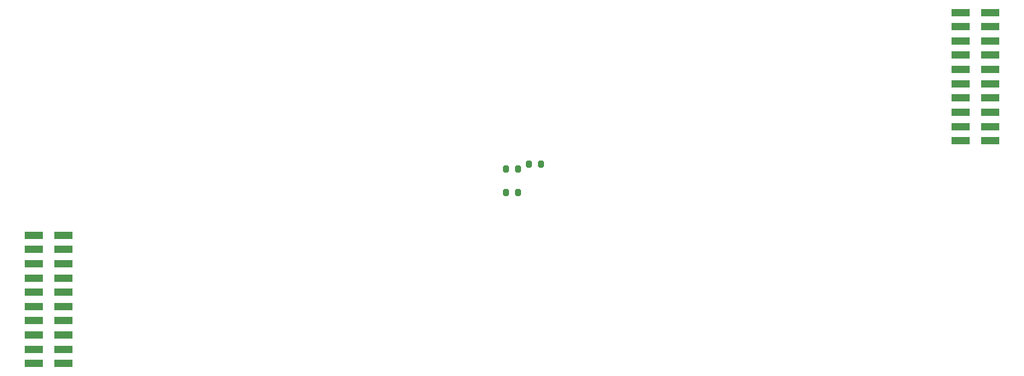
<source format=gbr>
%TF.GenerationSoftware,KiCad,Pcbnew,7.0.11-rc3*%
%TF.CreationDate,2025-03-16T23:24:32+08:00*%
%TF.ProjectId,BQ79616_BMS_14Ch,42513739-3631-4365-9f42-4d535f313443,V1.2*%
%TF.SameCoordinates,Original*%
%TF.FileFunction,Paste,Bot*%
%TF.FilePolarity,Positive*%
%FSLAX46Y46*%
G04 Gerber Fmt 4.6, Leading zero omitted, Abs format (unit mm)*
G04 Created by KiCad (PCBNEW 7.0.11-rc3) date 2025-03-16 23:24:32*
%MOMM*%
%LPD*%
G01*
G04 APERTURE LIST*
G04 Aperture macros list*
%AMRoundRect*
0 Rectangle with rounded corners*
0 $1 Rounding radius*
0 $2 $3 $4 $5 $6 $7 $8 $9 X,Y pos of 4 corners*
0 Add a 4 corners polygon primitive as box body*
4,1,4,$2,$3,$4,$5,$6,$7,$8,$9,$2,$3,0*
0 Add four circle primitives for the rounded corners*
1,1,$1+$1,$2,$3*
1,1,$1+$1,$4,$5*
1,1,$1+$1,$6,$7*
1,1,$1+$1,$8,$9*
0 Add four rect primitives between the rounded corners*
20,1,$1+$1,$2,$3,$4,$5,0*
20,1,$1+$1,$4,$5,$6,$7,0*
20,1,$1+$1,$6,$7,$8,$9,0*
20,1,$1+$1,$8,$9,$2,$3,0*%
G04 Aperture macros list end*
%ADD10R,2.580000X1.000000*%
%ADD11RoundRect,0.200000X0.200000X0.275000X-0.200000X0.275000X-0.200000X-0.275000X0.200000X-0.275000X0*%
%ADD12RoundRect,0.200000X-0.200000X-0.275000X0.200000X-0.275000X0.200000X0.275000X-0.200000X0.275000X0*%
G04 APERTURE END LIST*
D10*
%TO.C,J2*%
X217085000Y-69750000D03*
X212915000Y-69750000D03*
X217085000Y-71750000D03*
X212915000Y-71750000D03*
X217085000Y-73750000D03*
X212915000Y-73750000D03*
X217085000Y-75750000D03*
X212915000Y-75750000D03*
X217085000Y-77750000D03*
X212915000Y-77750000D03*
X217085000Y-79750000D03*
X212915000Y-79750000D03*
X217085000Y-81750000D03*
X212915000Y-81750000D03*
X217085000Y-83750000D03*
X212915000Y-83750000D03*
X217085000Y-85750000D03*
X212915000Y-85750000D03*
X217085000Y-87750000D03*
X212915000Y-87750000D03*
%TD*%
D11*
%TO.C,TH8*%
X150825000Y-95000000D03*
X149175000Y-95000000D03*
%TD*%
D12*
%TO.C,R55*%
X149175000Y-91750000D03*
X150825000Y-91750000D03*
%TD*%
D11*
%TO.C,R63*%
X154025000Y-91000000D03*
X152375000Y-91000000D03*
%TD*%
D10*
%TO.C,J3*%
X87085000Y-101000000D03*
X82915000Y-101000000D03*
X87085000Y-103000000D03*
X82915000Y-103000000D03*
X87085000Y-105000000D03*
X82915000Y-105000000D03*
X87085000Y-107000000D03*
X82915000Y-107000000D03*
X87085000Y-109000000D03*
X82915000Y-109000000D03*
X87085000Y-111000000D03*
X82915000Y-111000000D03*
X87085000Y-113000000D03*
X82915000Y-113000000D03*
X87085000Y-115000000D03*
X82915000Y-115000000D03*
X87085000Y-117000000D03*
X82915000Y-117000000D03*
X87085000Y-119000000D03*
X82915000Y-119000000D03*
%TD*%
M02*

</source>
